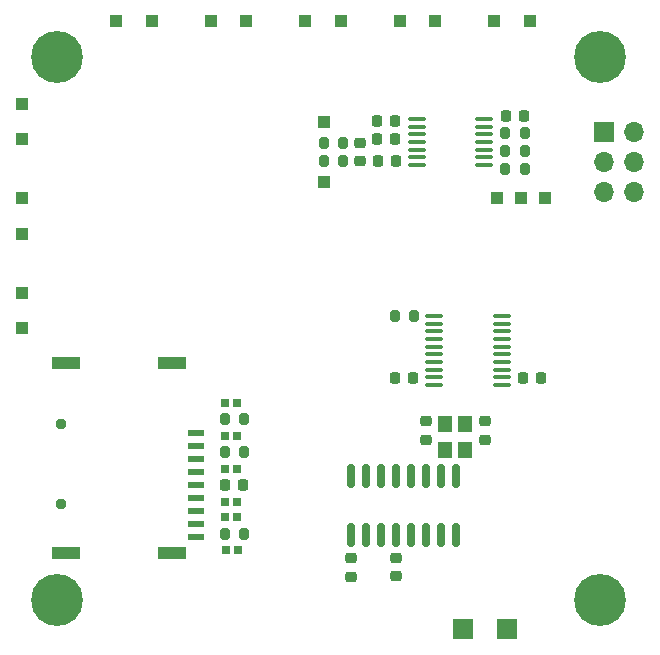
<source format=gbr>
%TF.GenerationSoftware,KiCad,Pcbnew,(7.0.0)*%
%TF.CreationDate,2024-01-17T09:10:34+05:30*%
%TF.ProjectId,Temperature Thing With Thermocouple,54656d70-6572-4617-9475-726520546869,rev?*%
%TF.SameCoordinates,Original*%
%TF.FileFunction,Soldermask,Bot*%
%TF.FilePolarity,Negative*%
%FSLAX46Y46*%
G04 Gerber Fmt 4.6, Leading zero omitted, Abs format (unit mm)*
G04 Created by KiCad (PCBNEW (7.0.0)) date 2024-01-17 09:10:34*
%MOMM*%
%LPD*%
G01*
G04 APERTURE LIST*
G04 Aperture macros list*
%AMRoundRect*
0 Rectangle with rounded corners*
0 $1 Rounding radius*
0 $2 $3 $4 $5 $6 $7 $8 $9 X,Y pos of 4 corners*
0 Add a 4 corners polygon primitive as box body*
4,1,4,$2,$3,$4,$5,$6,$7,$8,$9,$2,$3,0*
0 Add four circle primitives for the rounded corners*
1,1,$1+$1,$2,$3*
1,1,$1+$1,$4,$5*
1,1,$1+$1,$6,$7*
1,1,$1+$1,$8,$9*
0 Add four rect primitives between the rounded corners*
20,1,$1+$1,$2,$3,$4,$5,0*
20,1,$1+$1,$4,$5,$6,$7,0*
20,1,$1+$1,$6,$7,$8,$9,0*
20,1,$1+$1,$8,$9,$2,$3,0*%
G04 Aperture macros list end*
%ADD10R,1.000000X1.000000*%
%ADD11C,0.700000*%
%ADD12C,4.400000*%
%ADD13R,1.700000X1.700000*%
%ADD14O,1.700000X1.700000*%
%ADD15RoundRect,0.200000X-0.200000X-0.275000X0.200000X-0.275000X0.200000X0.275000X-0.200000X0.275000X0*%
%ADD16RoundRect,0.200000X0.200000X0.275000X-0.200000X0.275000X-0.200000X-0.275000X0.200000X-0.275000X0*%
%ADD17RoundRect,0.225000X0.225000X0.250000X-0.225000X0.250000X-0.225000X-0.250000X0.225000X-0.250000X0*%
%ADD18RoundRect,0.150000X-0.150000X0.825000X-0.150000X-0.825000X0.150000X-0.825000X0.150000X0.825000X0*%
%ADD19R,0.650000X0.650000*%
%ADD20RoundRect,0.225000X-0.225000X-0.250000X0.225000X-0.250000X0.225000X0.250000X-0.225000X0.250000X0*%
%ADD21C,0.950000*%
%ADD22R,2.400000X1.100000*%
%ADD23R,1.400000X0.620000*%
%ADD24RoundRect,0.100000X-0.637500X-0.100000X0.637500X-0.100000X0.637500X0.100000X-0.637500X0.100000X0*%
%ADD25RoundRect,0.225000X-0.250000X0.225000X-0.250000X-0.225000X0.250000X-0.225000X0.250000X0.225000X0*%
%ADD26RoundRect,0.225000X0.250000X-0.225000X0.250000X0.225000X-0.250000X0.225000X-0.250000X-0.225000X0*%
%ADD27R,1.200000X1.400000*%
G04 APERTURE END LIST*
D10*
%TO.C,J16*%
X148699999Y-70599999D03*
%TD*%
%TO.C,J7*%
X153699999Y-70599999D03*
%TD*%
%TO.C,J3*%
X121699999Y-93599999D03*
%TD*%
%TO.C,J14*%
X140699999Y-70599999D03*
%TD*%
D11*
%TO.C,H2*%
X169050000Y-73600000D03*
X169533274Y-72433274D03*
X169533274Y-74766726D03*
X170700000Y-71950000D03*
D12*
X170700000Y-73600000D03*
D11*
X170700000Y-75250000D03*
X171866726Y-72433274D03*
X171866726Y-74766726D03*
X172350000Y-73600000D03*
%TD*%
D10*
%TO.C,J9*%
X121699999Y-80599999D03*
%TD*%
%TO.C,J6*%
X137699999Y-70599999D03*
%TD*%
%TO.C,J8*%
X145699999Y-70599999D03*
%TD*%
%TO.C,J4*%
X129699999Y-70599999D03*
%TD*%
D13*
%TO.C,J18*%
X159099999Y-122099999D03*
%TD*%
D10*
%TO.C,J15*%
X156699999Y-70599999D03*
%TD*%
D11*
%TO.C,H1*%
X123050000Y-73600000D03*
X123533274Y-72433274D03*
X123533274Y-74766726D03*
X124700000Y-71950000D03*
D12*
X124700000Y-73600000D03*
D11*
X124700000Y-75250000D03*
X125866726Y-72433274D03*
X125866726Y-74766726D03*
X126350000Y-73600000D03*
%TD*%
D10*
%TO.C,J12*%
X132699999Y-70599999D03*
%TD*%
%TO.C,J10*%
X121699999Y-88599999D03*
%TD*%
%TO.C,J5*%
X161699999Y-70599999D03*
%TD*%
D13*
%TO.C,J17*%
X171024999Y-79974999D03*
D14*
X173564999Y-79974999D03*
X171024999Y-82514999D03*
X173564999Y-82514999D03*
X171024999Y-85054999D03*
X173564999Y-85054999D03*
%TD*%
D10*
%TO.C,J11*%
X121699999Y-96599999D03*
%TD*%
%TO.C,J1*%
X121699999Y-77599999D03*
%TD*%
%TO.C,J2*%
X121699999Y-85599999D03*
%TD*%
D11*
%TO.C,H4*%
X123050000Y-119600000D03*
X123533274Y-118433274D03*
X123533274Y-120766726D03*
X124700000Y-117950000D03*
D12*
X124700000Y-119600000D03*
D11*
X124700000Y-121250000D03*
X125866726Y-118433274D03*
X125866726Y-120766726D03*
X126350000Y-119600000D03*
%TD*%
%TO.C,H3*%
X169050000Y-119600000D03*
X169533274Y-118433274D03*
X169533274Y-120766726D03*
X170700000Y-117950000D03*
D12*
X170700000Y-119600000D03*
D11*
X170700000Y-121250000D03*
X171866726Y-118433274D03*
X171866726Y-120766726D03*
X172350000Y-119600000D03*
%TD*%
D10*
%TO.C,J13*%
X164699999Y-70599999D03*
%TD*%
D13*
%TO.C,J19*%
X162799999Y-122099999D03*
%TD*%
D15*
%TO.C,R3*%
X147273214Y-82450000D03*
X148923214Y-82450000D03*
%TD*%
D10*
%TO.C,TP9*%
X147274999Y-79149999D03*
%TD*%
D16*
%TO.C,R7*%
X140530000Y-114000000D03*
X138880000Y-114000000D03*
%TD*%
D17*
%TO.C,C1*%
X153350000Y-79050000D03*
X151800000Y-79050000D03*
%TD*%
D16*
%TO.C,R9*%
X140530000Y-107100000D03*
X138880000Y-107100000D03*
%TD*%
D18*
%TO.C,U1*%
X149555000Y-109125000D03*
X150825000Y-109125000D03*
X152095000Y-109125000D03*
X153365000Y-109125000D03*
X154635000Y-109125000D03*
X155905000Y-109125000D03*
X157175000Y-109125000D03*
X158445000Y-109125000D03*
X158445000Y-114075000D03*
X157175000Y-114075000D03*
X155905000Y-114075000D03*
X154635000Y-114075000D03*
X153365000Y-114075000D03*
X152095000Y-114075000D03*
X150825000Y-114075000D03*
X149555000Y-114075000D03*
%TD*%
D19*
%TO.C,RV5*%
X139904999Y-108499999D03*
X138904999Y-108499999D03*
%TD*%
D15*
%TO.C,R8*%
X138880000Y-104300000D03*
X140530000Y-104300000D03*
%TD*%
D19*
%TO.C,RV2*%
X139904999Y-112599999D03*
X138904999Y-112599999D03*
%TD*%
%TO.C,RV4*%
X139904999Y-105699999D03*
X138904999Y-105699999D03*
%TD*%
D20*
%TO.C,C5*%
X164125000Y-100800000D03*
X165675000Y-100800000D03*
%TD*%
D21*
%TO.C,U5*%
X125005000Y-111500000D03*
X125005000Y-104700000D03*
D22*
X134424999Y-115674999D03*
X125424999Y-115674999D03*
X125424999Y-99524999D03*
X134424999Y-99524999D03*
D23*
X136424999Y-105494999D03*
X136424999Y-106594999D03*
X136424999Y-107694999D03*
X136424999Y-108794999D03*
X136424999Y-109894999D03*
X136424999Y-110994999D03*
X136424999Y-112094999D03*
X136424999Y-113194999D03*
X136424999Y-114294999D03*
%TD*%
D10*
%TO.C,TP6*%
X163974999Y-85549999D03*
%TD*%
%TO.C,TP5*%
X161974999Y-85549999D03*
%TD*%
D20*
%TO.C,C16*%
X138930000Y-109900000D03*
X140480000Y-109900000D03*
%TD*%
D19*
%TO.C,RV1*%
X139904999Y-111299999D03*
X138904999Y-111299999D03*
%TD*%
D24*
%TO.C,U3*%
X156637500Y-101425000D03*
X156637500Y-100775000D03*
X156637500Y-100125000D03*
X156637500Y-99475000D03*
X156637500Y-98825000D03*
X156637500Y-98175000D03*
X156637500Y-97525000D03*
X156637500Y-96875000D03*
X156637500Y-96225000D03*
X156637500Y-95575000D03*
X162362500Y-95575000D03*
X162362500Y-96225000D03*
X162362500Y-96875000D03*
X162362500Y-97525000D03*
X162362500Y-98175000D03*
X162362500Y-98825000D03*
X162362500Y-99475000D03*
X162362500Y-100125000D03*
X162362500Y-100775000D03*
X162362500Y-101425000D03*
%TD*%
D19*
%TO.C,RV3*%
X139904999Y-102899999D03*
X138904999Y-102899999D03*
%TD*%
D25*
%TO.C,C7*%
X150360714Y-80925000D03*
X150360714Y-82475000D03*
%TD*%
D20*
%TO.C,C6*%
X151800000Y-80550000D03*
X153350000Y-80550000D03*
%TD*%
D19*
%TO.C,RV6*%
X140004999Y-115399999D03*
X139004999Y-115399999D03*
%TD*%
D10*
%TO.C,TP13*%
X147274999Y-84249999D03*
%TD*%
D24*
%TO.C,U2*%
X155135714Y-82800000D03*
X155135714Y-82150000D03*
X155135714Y-81500000D03*
X155135714Y-80850000D03*
X155135714Y-80200000D03*
X155135714Y-79550000D03*
X155135714Y-78900000D03*
X160860714Y-78900000D03*
X160860714Y-79550000D03*
X160860714Y-80200000D03*
X160860714Y-80850000D03*
X160860714Y-81500000D03*
X160860714Y-82150000D03*
X160860714Y-82800000D03*
%TD*%
D16*
%TO.C,R5*%
X164300000Y-81600000D03*
X162650000Y-81600000D03*
%TD*%
%TO.C,R4*%
X164300000Y-83100000D03*
X162650000Y-83100000D03*
%TD*%
D10*
%TO.C,TP7*%
X165974999Y-85549999D03*
%TD*%
D16*
%TO.C,R6*%
X164300000Y-80100000D03*
X162650000Y-80100000D03*
%TD*%
D26*
%TO.C,C4*%
X149605000Y-117650000D03*
X149605000Y-116100000D03*
%TD*%
D20*
%TO.C,C2*%
X162700000Y-78600000D03*
X164250000Y-78600000D03*
%TD*%
D17*
%TO.C,C10*%
X153435714Y-82450000D03*
X151885714Y-82450000D03*
%TD*%
D25*
%TO.C,C9*%
X153400000Y-116025000D03*
X153400000Y-117575000D03*
%TD*%
D15*
%TO.C,R1*%
X153275000Y-95600000D03*
X154925000Y-95600000D03*
%TD*%
D27*
%TO.C,Y1*%
X159254999Y-104674999D03*
X159254999Y-106874999D03*
X157554999Y-106874999D03*
X157554999Y-104674999D03*
%TD*%
D17*
%TO.C,C3*%
X154875000Y-100800000D03*
X153325000Y-100800000D03*
%TD*%
D15*
%TO.C,R2*%
X147273214Y-80950000D03*
X148923214Y-80950000D03*
%TD*%
D25*
%TO.C,C8*%
X155900000Y-104500000D03*
X155900000Y-106050000D03*
%TD*%
D26*
%TO.C,C11*%
X160900000Y-106050000D03*
X160900000Y-104500000D03*
%TD*%
M02*

</source>
